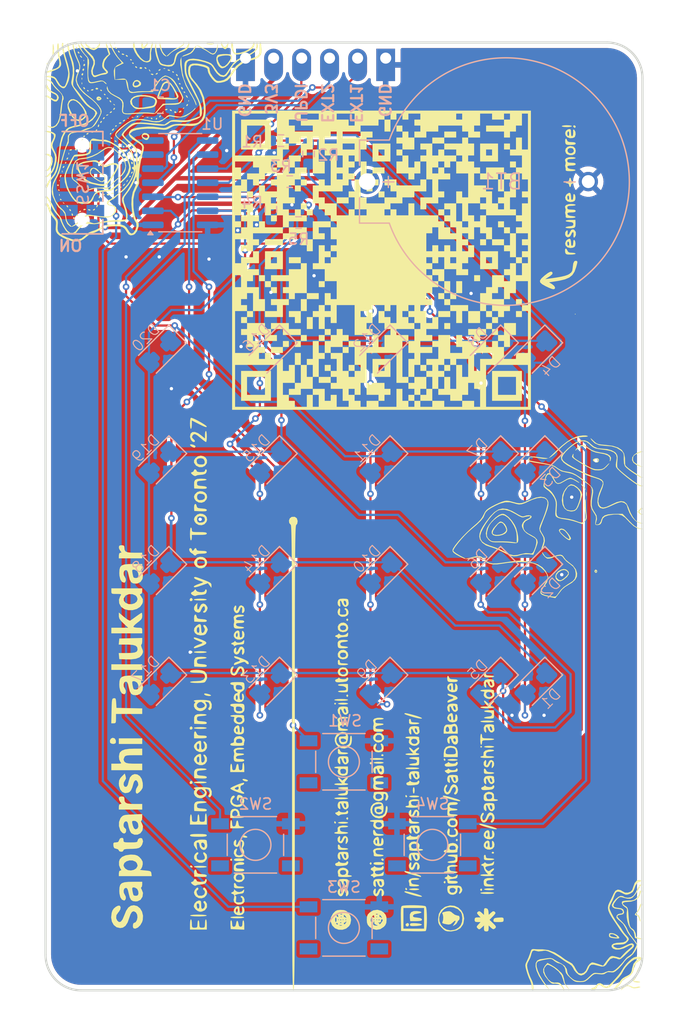
<source format=kicad_pcb>
(kicad_pcb (version 20240108) (generator "pcbnew") (generator_version "8.0")
  (layers (0 "F.Cu" signal) (31 "B.Cu" signal) (34 "B.Paste" user) (35 "F.Paste" user) (36 "B.SilkS" user "B.Silkscreen") (37 "F.SilkS" user "F.Silkscreen") (38 "B.Mask" user) (39 "F.Mask" user) (44 "Edge.Cuts" user))
  (net 0 "")
  (net 1 "Net-(D1-A)")
  (net 2 "/X1")
  (net 3 "/X2")
  (net 4 "/X3")
  (net 5 "/X4")
  (net 6 "Net-(D5-A)")
  (net 7 "Net-(D10-A)")
  (net 8 "Net-(D13-A)")
  (net 9 "Net-(D17-A)")
  (net 10 "/EXP2")
  (net 11 "/EXP1")
  (net 12 "GND")
  (net 15 "+3.3V")
  (net 16 "/X5")
  (net 18 "/SW_UP")
  (net 19 "/UPDI")
  (net 20 "/SW_RIGHT")
  (net 21 "/SW_DOWN")
  (net 22 "/SW_LEFT")
  (net 23 "+3.3V_SW")
  (footprint "Saptarshi_BusinessCard:FrontPage80" (layer "F.Cu") (at 138.15 75.7 90)
    (property "Reference" "P75" (hide yes))
    (property "Value" "LOGO" (hide yes))
  )
  (footprint "Saptarshi_BusinessCard:QRCode27mm" (layer "F.Cu") (at 141.5 52.5 90)
    (property "Reference" "G***" (hide yes))
    (property "Value" "LOGO" (hide yes))
  )
  (footprint "Connector_PinHeader_2.54mm:ExternalHeader_3pin" (layer "F.Cu") (at 131.74 34.22)
    (property "Reference" "J1" (hide yes))
    (property "Value" "External_Headers")
  )
  (footprint "LED_SMD:LED_1206-0603_Morph" (layer "B.Cu") (at 141.39 80.7 -135)
    (property "Reference" "D10")
    (property "Value" "RED")
  )
  (footprint "Resistor_SMD:R_0603_1608Metric_Pad0.98x0.95mm_HandSolder" (layer "B.Cu") (at 131.5 47.9 90)
    (property "Reference" "R4")
    (property "Value" "1k")
  )
  (footprint "LED_SMD:LED_1206-0603_Morph" (layer "B.Cu") (at 141.39 90.7 -135)
    (property "Reference" "D9")
    (property "Value" "RED")
  )
  (footprint "LED_SMD:LED_1206-0603_Morph" (layer "B.Cu") (at 121.39 60.7 -135)
    (property "Reference" "D20")
    (property "Value" "RED")
  )
  (footprint "LED_SMD:LED_1206-0603_Morph" (layer "B.Cu") (at 131.39 70.7 -135)
    (property "Reference" "D15")
    (property "Value" "RED")
  )
  (footprint "LED_SMD:LED_1206-0603_Morph" (layer "B.Cu") (at 151.39 60.7 -135)
    (property "Reference" "D8")
    (property "Value" "RED")
  )
  (footprint "Resistor_SMD:R_0603_1608Metric_Pad0.98x0.95mm_HandSolder" (layer "B.Cu") (at 134.9 42.9 90)
    (property "Reference" "R2")
    (property "Value" "1k")
  )
  (footprint "Resistor_SMD:R_0603_1608Metric_Pad0.98x0.95mm_HandSolder" (layer "B.Cu") (at 134 49.1)
    (property "Reference" "R5")
    (property "Value" "1k")
  )
  (footprint "LED_SMD:LED_1206-0603_Morph" (layer "B.Cu") (at 131.39 80.7 -135)
    (property "Reference" "D14")
    (property "Value" "RED")
  )
  (footprint "Saptarshi_BusinessCard:push_button" (layer "B.Cu") (at 130.1 105.3 180)
    (property "Reference" "SW2")
    (property "Value" "SW_Push")
  )
  (footprint "LED_SMD:LED_1206-0603_Morph" (layer "B.Cu") (at 141.39 70.7 -135)
    (property "Reference" "D11")
    (property "Value" "RED")
  )
  (footprint "LED_SMD:LED_1206-0603_Morph" (layer "B.Cu") (at 155.39 80.7 -135)
    (property "Reference" "D2")
    (property "Value" "GREEN")
  )
  (footprint "LED_SMD:LED_1206-0603_Morph" (layer "B.Cu") (at 121.39 90.7 -135)
    (property "Reference" "D17")
    (property "Value" "RED")
  )
  (footprint "Saptarshi_BusinessCard:slide_switch_fp" (layer "B.Cu") (at 113.42 45.5 90)
    (property "Reference" "SSW1")
    (property "Value" "SW_Slide_DPDT")
  )
  (footprint "Package_SO:SOIC-14_3.9x8.7mm_P1.27mm" (layer "B.Cu") (at 123.3 45.5)
    (property "Reference" "U1")
    (property "Value" "ATtiny1614-SS")
  )
  (footprint "Connector_PinHeader_2.54mm:ExternalHeader_3pin" (layer "B.Cu") (at 139.34 34.22 180)
    (property "Reference" "J2" (hide yes))
    (property "Value" "External_Headers")
  )
  (footprint "Resistor_SMD:R_0603_1608Metric_Pad0.98x0.95mm_HandSolder" (layer "B.Cu") (at 133.2 45.4 180)
    (property "Reference" "R3")
    (property "Value" "1k")
  )
  (footprint "LED_SMD:LED_1206-0603_Morph" (layer "B.Cu") (at 151.39 80.7 -135)
    (property "Reference" "D6")
    (property "Value" "RED")
  )
  (footprint "Saptarshi_BusinessCard:push_button" (layer "B.Cu") (at 146.1 105.3 180)
    (property "Reference" "SW4")
    (property "Value" "SW_Push")
  )
  (footprint "LED_SMD:LED_1206-0603_Morph" (layer "B.Cu") (at 155.39 70.7 -135)
    (property "Reference" "D3")
    (property "Value" "GREEN")
  )
  (footprint "Saptarshi_BusinessCard:push_button" (layer "B.Cu") (at 138.1 112.8 180)
    (property "Reference" "SW3")
    (property "Value" "SW_Push")
  )
  (footprint "LED_SMD:LED_1206-0603_Morph" (layer "B.Cu") (at 131.39 60.7 -135)
    (property "Reference" "D16")
    (property "Value" "RED")
  )
  (footprint "LED_SMD:LED_1206-0603_Morph" (layer "B.Cu") (at 141.39 60.7 -135)
    (property "Reference" "D12")
    (property "Value" "RED")
  )
  (footprint "Saptarshi_BusinessCard:battery_holder" (layer "B.Cu") (at 150.2 45.4 180)
    (property "Reference" "BT1")
    (property "Value" "BS-7")
  )
  (footprint "LED_SMD:LED_1206-0603_Morph" (layer "B.Cu") (at 155.39 90.7 -135)
    (property "Reference" "D1")
    (property "Value" "GREEN")
  )
  (footprint "LED_SMD:LED_1206-0603_Morph" (layer "B.Cu") (at 151.39 90.7 -135)
    (property "Reference" "D5")
    (property "Value" "RED")
  )
  (footprint "LED_SMD:LED_1206-0603_Morph" (layer "B.Cu") (at 151.39 70.7 -135)
    (property "Reference" "D7")
    (property "Value" "RED")
  )
  (footprint "Resistor_SMD:R_0603_1608Metric_Pad0.98x0.95mm_HandSolder" (layer "B.Cu") (at 132.4 41.7 180)
    (property "Reference" "R1")
    (property "Value" "1k")
  )
  (footprint "Capacitor_SMD:C_0805_2012Metric_Pad1.18x1.45mm_HandSolder" (layer "B.Cu") (at 121.5 38.5 180)
    (property "Reference" "C1")
    (property "Value" "C")
  )
  (footprint "LED_SMD:LED_1206-0603_Morph" (layer "B.Cu") (at 121.39 70.7 -135)
    (property "Reference" "D19")
    (property "Value" "RED")
  )
  (footprint "LED_SMD:LED_1206-0603_Morph" (layer "B.Cu") (at 131.39 90.7 -135)
    (property "Reference" "D13")
    (property "Value" "RED")
  )
  (footprint "LED_SMD:LED_1206-0603_Morph" (layer "B.Cu") (at 155.39 60.7 -135)
    (property "Reference" "D4")
    (property "Value" "GREEN")
  )
  (footprint "Saptarshi_BusinessCard:push_button" (layer "B.Cu") (at 138.1 97.8 180)
    (property "Reference" "SW1")
    (property "Value" "SW_Push")
  )
  (footprint "LED_SMD:LED_1206-0603_Morph" (layer "B.Cu") (at 121.39 80.7 -135)
    (property "Reference" "D18")
    (property "Value" "RED")
  )
  (gr_arc (start 165.099239 115.2393) (mid 164.161981 117.502082) (end 161.8992 118.43934) (stroke (width 0.2)) (layer "Edge.Cuts"))
  (gr_arc (start 161.8992 32.83934) (mid 164.161981 33.776598) (end 165.099239 36.03934) (stroke (width 0.2)) (layer "Edge.Cuts"))
  (gr_line (start 165.099239 36.03934) (end 165.099239 115.2393) (stroke (width 0.2)) (layer "Edge.Cuts"))
  (gr_line (start 111.119239 115.216958) (end 111.119239 36.0393) (stroke (width 0.2)) (layer "Edge.Cuts"))
  (gr_arc (start 111.119239 36.0393) (mid 112.056497 33.776598) (end 114.3192 32.83934) (stroke (width 0.2)) (layer "Edge.Cuts"))
  (gr_arc (start 114.3192 118.43934) (mid 112.056497 117.502082) (end 111.119239 115.216958) (stroke (width 0.2)) (layer "Edge.Cuts"))
  (gr_line (start 114.3192 32.83934) (end 161.8992 32.83934) (stroke (width 0.2)) (layer "Edge.Cuts"))
  (gr_line (start 161.8992 118.43934) (end 114.3192 118.43934) (stroke (width 0.2)) (layer "Edge.Cuts"))
  (gr_text "OFF\n" (at 112.2 40.5 0) (layer "B.SilkS") (effects (font (size 1 1) (thickness 0.2) (bold yes)) (justify right bottom mirror)))
  (gr_text "EXT1" (at 138.6 36.4 -90) (layer "B.SilkS") (effects (font (size 1 1) (thickness 0.2) (bold yes)) (justify right bottom mirror)))
  (gr_text "UPDI" (at 133.6 36.4 -90) (layer "B.SilkS") (effects (font (size 1 1) (thickness 0.2) (bold yes)) (justify right bottom mirror)))
  (gr_text "GND" (at 128.5 36.4 -90) (layer "B.SilkS") (effects (font (size 1 1) (thickness 0.2) (bold yes)) (justify right bottom mirror)))
  (gr_text "GND" (at 141.2 36.4 -90) (layer "B.SilkS") (effects (font (size 1 1) (thickness 0.2) (bold yes)) (justify right bottom mirror)))
  (gr_text "ON" (at 112.2 51.8 0) (layer "B.SilkS") (effects (font (size 1 1) (thickness 0.2) (bold yes)) (justify right bottom mirror)))
  (gr_text "EXT2\n" (at 136 36.4 -90) (layer "B.SilkS") (effects (font (size 1 1) (thickness 0.2) (bold yes)) (justify right bottom mirror)))
  (gr_text "3V3" (at 130.9 36.4 -90) (layer "B.SilkS") (effects (font (size 1 1) (thickness 0.2) (bold yes)) (justify right bottom mirror)))
  (segment (start 154.470761 93.6) (end 154.470761 83.6) (width 0.2) (layer "F.Cu") (net 1))
  (segment (start 154.470761 83.6) (end 154.470761 73.6) (width 0.2) (layer "F.Cu") (net 1))
  (segment (start 154.470761 67) (end 154.470761 73.6) (width 0.2) (layer "F.Cu") (net 1))
  (via (at 154.470761 73.6) (size 0.6) (drill 0.3) (layers "F.Cu" "B.Cu") (net 1))
  (via (at 154.470761 67) (size 0.6) (drill 0.3) (layers "F.Cu" "B.Cu") (net 1))
  (via (at 154.470761 83.6) (size 0.6) (drill 0.3) (layers "F.Cu" "B.Cu") (net 1))
  (via (at 154.470761 93.6) (size 0.6) (drill 0.3) (layers "F.Cu" "B.Cu") (net 1))
  (segment (start 154.470761 83.6) (end 154.470761 81.76066) (width 0.2) (layer "B.Cu") (net 1))
  (segment (start 156.132463 61.76066) (end 157.712665 60.180458) (width 0.2) (layer "B.Cu") (net 1))
  (segment (start 154.470761 73.6) (end 154.470761 71.76066) (width 0.2) (layer "B.Cu") (net 1))
  (segment (start 157.712665 59.712665) (end 139.2 41.2) (width 0.2) (layer "B.Cu") (net 1))
  (segment (start 139.2 41.2) (end 133.8125 41.2) (width 0.2) (layer "B.Cu") (net 1))
  (segment (start 133.8125 41.2) (end 133.3125 41.7) (width 0.2) (layer "B.Cu") (net 1))
  (segment (start 154.470761 61.76066) (end 156.132463 61.76066) (width 0.2) (layer "B.Cu") (net 1))
  (segment (start 154.470761 93.6) (end 154.470761 91.76066) (width 0.2) (layer "B.Cu") (net 1))
  (segment (start 154.470761 67) (end 154.470761 61.76066) (width 0.2) (layer "B.Cu") (net 1))
  (segment (start 157.712665 60.180458) (end 157.712665 59.712665) (width 0.2) (layer "B.Cu") (net 1))
  (segment (start 147.2 41.7) (end 159.6 54.1) (width 0.2) (layer "F.Cu") (net 2))
  (segment (start 159.6 94.9) (end 158.3 96.2) (width 0.2) (layer "F.Cu") (net 2))
  (segment (start 130.39375 42.79375) (end 131.4875 41.7) (width 0.2) (layer "F.Cu") (net 2))
  (segment (start 152.5 95.4) (end 152.5 91.4) (width 0.2) (layer "F.Cu") (net 2))
  (segment (start 131.4875 41.7) (end 147.2 41.7) (width 0.2) (layer "F.Cu") (net 2))
  (segment (start 153.3 96.2) (end 152.5 95.4) (width 0.2) (layer "F.Cu") (net 2))
  (segment (start 158.3 96.2) (end 153.3 96.2) (width 0.2) (layer "F.Cu") (net 2))
  (segment (start 159.6 54.1) (end 159.6 94.9) (width 0.2) (layer "F.Cu") (net 2))
  (via (at 152.5 91.4) (size 0.6) (drill 0.3) (layers "F.Cu" "B.Cu") (net 2))
  (via (at 130.39375 42.79375) (size 0.6) (drill 0.3) (layers "F.Cu" "B.Cu") (net 2))
  (segment (start 152.45066 89.780761) (end 142.45066 89.780761) (width 0.2) (layer "B.Cu") (net 2))
  (segment (start 152.45066 91.35066) (end 152.45066 89.780761) (width 0.2) (layer "B.Cu") (net 2))
  (segment (start 152.5 89.830101) (end 152.45066 89.780761) (width 0.2) (layer "B.Cu") (net 2))
  (segment (start 132.45066 89.780761) (end 122.45066 89.780761) (width 0.2) (layer "B.Cu") (net 2))
  (segment (start 152.5 91.4) (end 152.45066 91.35066) (width 0.2) (layer "B.Cu") (net 2))
  (segment (start 127.6875 45.5) (end 125.775 45.5) (width 0.2) (layer "B.Cu") (net 2))
  (segment (start 130.39375 42.79375) (end 131.4875 41.7) (width 0.2) (layer "B.Cu") (net 2))
  (segment (start 142.45066 89.780761) (end 132.45066 89.780761) (width 0.2) (layer "B.Cu") (net 2))
  (segment (start 152.5 91.4) (end 152.5 89.830101) (width 0.2) (layer "B.Cu") (net 2))
  (segment (start 130.39375 42.79375) (end 127.6875 45.5) (width 0.2) (layer "B.Cu") (net 2))
  (segment (start 122.5 66.7) (end 123.9 65.3) (width 0.2) (layer "F.Cu") (net 3))
  (segment (start 122.5 75.8) (end 122.5 66.7) (width 0.2) (layer "F.Cu") (net 3))
  (segment (start 125.9 62.8) (end 125.9 54.9) (width 0.2) (layer "F.Cu") (net 3))
  (via (at 122.5 75.8) (size 0.6) (drill 0.3) (layers "F.Cu" "B.Cu") (net 3))
  (via (at 123.9 65.3) (size 0.6) (drill 0.3) (layers "F.Cu" "B.Cu") (net 3))
  (via (at 125.9 62.8) (size 0.6) (drill 0.3) (layers "F.Cu" "B.Cu") (net 3))
  (via (at 125.9 54.9) (size 0.6) (drill 0.3) (layers "F.Cu" "B.Cu") (net 3))
  (segment (start 134.9 41.9875) (end 134.425 41.9875) (width 0.2) (layer "B.Cu") (net 3))
  (segment (start 125.9 63.3) (end 125.9 62.8) (width 0.2) (layer "B.Cu") (net 3))
  (segment (start 124.800001 46.77) (end 125.775 46.77) (width 0.2) (layer "B.Cu") (net 3))
  (segment (start 124.5 53.5) (end 124.5 47.070001) (width 0.2) (layer "B.Cu") (net 3))
  (segment (start 122.5 75.8) (end 122.45066 75.84934) (width 0.2) (layer "B.Cu") (net 3))
  (segment (start 125.9 54.9) (end 124.5 53.5) (width 0.2) (layer "B.Cu") (net 3))
  (segment (start 134.425 41.9875) (end 129.6425 46.77) (width 0.2) (layer "B.Cu") (net 3))
  (segment (start 129.6425 46.77) (end 125.775 46.77) (width 0.2) (layer "B.Cu") (net 3))
  (segment (start 123.9 65.3) (end 125.9 63.3) (width 0.2) (layer "B.Cu") (net 3))
  (segment (start 152.169899 85.5) (end 148.169899 85.5) (width 0.2) (layer "B.Cu") (net 3))
  (segment (start 122.45066 75.84934) (end 122.45066 79.780761) (width 0.2) (layer "B.Cu") (net 3))
  (segment (start 132.45066 79.780761) (end 142.45066 79.780761) (width 0.2) (layer "B.Cu") (net 3))
  (segment (start 124.5 47.070001) (end 124.800001 46.77) (width 0.2) (layer "B.Cu") (net 3))
  (segment (start 148.169899 85.5) (end 142.45066 79.780761) (width 0.2) (layer "B.Cu") (net 3))
  (segment (start 122.5 79.780761) (end 132.45066 79.780761) (width 0.2) (layer "B.Cu") (net 3))
  (segment (start 122.5 75.8) (end 122.5 79.780761) (width 0.2) (layer "B.Cu") (net 3))
  (segment (start 156.45066 89.780761) (end 152.169899 85.5) (width 0.2) (layer "B.Cu") (net 3))
  (segment (start 129.163012 58.363012) (end 129.163012 51.6) (width 0.2) (layer "F.Cu") (net 4))
  (segment (start 132.45066 61.65066) (end 129.163012 58.363012) (width 0.2) (layer "F.Cu") (net 4))
  (segment (start 132.45066 66.95066) (end 132.45066 61.65066) (width 0.2) (layer "F.Cu") (net 4))
  (via (at 129.163012 51.6) (size 0.6) (drill 0.3) (layers "F.Cu" "B.Cu") (net 4))
  (via (at 132.45066 66.95066) (size 0.6) (drill 0.3) (layers "F.Cu" "B.Cu") (net 4))
  (segment (start 143 75.5) (end 147.280761 79.780761) (width 0.2) (layer "B.Cu") (net 4))
  (segment (start 132.45066 69.780761) (end 132.45066 68.45066) (width 0.2) (layer "B.Cu") (net 4))
  (segment (start 129.163012 48.043012) (end 129.16 48.04) (width 0.2) (layer "B.Cu") (net 4))
  (segment (start 139.5 75.5) (end 143 75.5) (width 0.2) (layer "B.Cu") (net 4))
  (segment (start 147.280761 79.780761) (end 152.45066 79.780761) (width 0.2) (layer "B.Cu") (net 4))
  (segment (start 129.16 48.04) (end 125.775 48.04) (width 0.2) (layer "B.Cu") (net 4))
  (segment (start 131.8 45.4) (end 129.16 48.04) (width 0.2) (layer "B.Cu") (net 4))
  (segment (start 132.431421 69.8) (end 122.469899 69.8) (width 0.2) (layer "B.Cu") (net 4))
  (segment (start 156.45066 79.780761) (end 152.45066 79.780761) (width 0.2) (layer "B.Cu") (net 4))
  (segment (start 132.45066 68.45066) (end 139.5 75.5) (width 0.2) (layer "B.Cu") (net 4))
  (segment (start 132.45066 66.95066) (end 132.45066 68.45066) (width 0.2) (layer "B.Cu") (net 4))
  (segment (start 132.2875 45.4) (end 131.8 45.4) (width 0.2) (layer "B.Cu") (net 4))
  (segment (start 122.469899 69.8) (end 122.45066 69.780761) (width 0.2) (layer "B.Cu") (net 4))
  (segment (start 129.163012 51.6) (end 129.163012 48.043012) (width 0.2) (layer "B.Cu") (net 4))
  (segment (start 123.1 49.25) (end 124.35 48) (width 0.2) (layer "F.Cu") (net 5))
  (segment (start 122.8 58.4) (end 121.069899 58.4) (width 0.2) (layer "F.Cu") (net 5))
  (segment (start 129.285518 48.285518) (end 129.763012 48.285518) (width 0.2) (layer "F.Cu") (net 5))
  (segment (start 124.35 48) (end 129 48) (width 0.2) (layer "F.Cu") (net 5))
  (segment (start 121.069899 58.4) (end 118.4 55.730101) (width 0.2) (layer "F.Cu") (net 5))
  (segment (start 118.4 55.730101) (end 118.4 54.9) (width 0.2) (layer "F.Cu") (net 5))
  (segment (start 129 48) (end 129.285518 48.285518) (width 0.2) (layer "F.Cu") (net 5))
  (via (at 118.4 54.9) (size 0.6) (drill 0.3) (layers "F.Cu" "B.Cu") (net 5))
  (via (at 122.8 58.4) (size 0.6) (drill 0.3) (layers "F.Cu" "B.Cu") (net 5))
  (via (at 129.763012 48.285518) (size 0.6) (drill 0.3) (layers "F.Cu" "B.Cu") (net 5))
  (via (at 123.1 49.25) (size 0.6) (drill 0.3) (layers "F.Cu" "B.Cu") (net 5))
  (segment (start 122.8 58.4) (end 122.8 59.431421) (width 0.2) (layer "B.Cu") (net 5))
  (segment (start 122.44 48.04) (end 120.825 48.04) (width 0.2) (layer "B.Cu") (net 5))
  (segment (start 122.8 59.431421) (end 122.45066 59.780761) (width 0.2) (layer "B.Cu") (net 5))
  (segment (start 129.75 65.3) (end 133.3 65.3) (width 0.2) (layer "B.Cu") (net 5))
  (segment (start 129.763012 48.285518) (end 131.06103 46.9875) (width 0.2) (layer "B.Cu") (net 5))
  (segment (start 122.85 58.4) (end 129.75 65.3) (width 0.2) (layer "B.Cu") (net 5))
  (segment (start 123.1 49.25) (end 123.1 48.7) (width 0.2) (layer "B.Cu") (net 5))
  (segment (start 122.8 58.4) (end 122.85 58.4) (width 0.2) (layer "B.Cu") (net 5))
  (segment (start 123.1 48.7) (end 122.44 48.04) (width 0.2) (layer "B.Cu") (net 5))
  (segment (start 156.45066 69.780761) (end 152.45066 69.780761) (width 0.2) (layer "B.Cu") (net 5))
  (segment (start 118.4 54.9) (end 118.4 54) (width 0.2) (layer "B.Cu") (net 5))
  (segment (start 152.45066 69.780761) (end 142.45066 69.780761) (width 0.2) (layer "B.Cu") (net 5))
  (segment (start 138.205025 70.205025) (end 142.026396 70.205025) (width 0.2) (layer "B.Cu") (net 5))
  (segment (start 118.4 54) (end 123.1 49.3) (width 0.2) (layer "B.Cu") (net 5))
  (segment (start 133.3 65.3) (end 138.205025 70.205025) (width 0.2) (layer "B.Cu") (net 5))
  (segment (start 123.1 49.3) (end 123.1 49.25) (width 0.2) (layer "B.Cu") (net 5))
  (segment (start 131.06103 46.9875) (end 131.5 46.9875) (width 0.2) (layer "B.Cu") (net 5))
  (segment (start 150.5 63.6) (end 150.5 61.75) (width 0.2) (layer "F.Cu") (net 6))
  (segment (start 150.5 61.75) (end 145.875 57.125) (width 0.2) (layer "F.Cu") (net 6))
  (segment (start 150.5 63.6) (end 150.5 73.6) (width 0.2) (layer "F.Cu") (net 6))
  (segment (start 150.5 83.570761) (end 150.5 73.6) (width 0.2) (layer "F.Cu") (net 6))
  (segment (start 150.470761 83.6) (end 150.5 83.570761) (width 0.2) (layer "F.Cu") (net 6))
  (via (at 145.875 57.125) (size 0.6) (drill 0.3) (layers "F.Cu" "B.Cu") (net 6))
  (via (at 150.5 73.6) (size 0.6) (drill 0.3) (layers "F.Cu" "B.Cu") (net 6))
  (via (at 150.5 63.6) (size 0.6) (drill 0.3) (layers "F.Cu" "B.Cu") (net 6))
  (via (at 150.470761 83.6) (size 0.6) (drill 0.3) (layers "F.Cu" "B.Cu") (net 6))
  (segment (start 151.170761 84.3) (end 153.010101 84.3) (width 0.2) (layer "B.Cu") (net 6))
  (segment (start 145.875 57.125) (end 145.875 55.875) (width 0.2) (layer "B.Cu") (net 6))
  (segment (start 157.2 94.7) (end 153.410101 94.7) (width 0.2) (layer "B.Cu") (net 6))
  (segment (start 150.470761 83.6) (end 150.470761 81.76066) (width 0.2) (layer "B.Cu") (net 6))
  (segment (start 158.6 93.3) (end 157.2 94.7) (width 0.2) (layer "B.Cu") (net 6))
  (segment (start 150.5 63.6) (end 150.5 61.789899) (width 0.2) (layer "B.Cu") (net 6))
  (segment (start 153.010101 84.3) (end 158.6 89.889899) (width 0.2) (layer "B.Cu") (net 6))
  (segment (start 150.5 71.789899) (end 150.470761 71.76066) (width 0.2) (layer "B.Cu") (net 6))
  (segment (start 150.5 61.789899) (end 150.470761 61.76066) (width 0.2) (layer "B.Cu") (net 6))
  (segment (start 158.6 89.889899) (end 158.6 93.3) (width 0.2) (layer "B.Cu") (net 6))
  (segment (start 150.5 73.6) (end 150.5 71.789899) (width 0.2) (layer "B.Cu") (net 6))
  (segment (start 153.410101 94.7) (end 150.470761 91.76066) (width 0.2) (layer "B.Cu") (net 6))
  (segment (start 145.875 55.875) (end 134.9 44.9) (width 0.2) (layer "B.Cu") (net 6))
  (segment (start 134.9 44.9) (end 134.9 43.8125) (width 0.2) (layer "B.Cu") (net 6))
  (segment (start 150.470761 83.6) (end 151.170761 84.3) (width 0.2) (layer "B.Cu") (net 6))
  (segment (start 142 92.6) (end 140.5 91.1) (width 0.2) (layer "F.Cu") (net 7))
  (segment (start 140.5 83.6) (end 140.5 73.6) (width 0.2) (layer "F.Cu") (net 7))
  (segment (start 140.5 73.6) (end 140.5 63.6) (width 0.2) (layer "F.Cu") (net 7))
  (segment (start 140.5 63.6) (end 140.5 57.1) (width 0.2) (layer "F.Cu") (net 7))
  (segment (start 140.5 91.1) (end 140.5 83.6) (width 0.2) (layer "F.Cu") (net 7))
  (via (at 140.5 57.1) (size 0.6) (drill 0.3) (layers "F.Cu" "B.Cu") (net 7))
  (via (at 140.5 83.6) (size 0.6) (drill 0.3) (layers "F.Cu" "B.Cu") (net 7))
  (via (at 140.5 63.6) (size 0.6) (drill 0.3) (layers "F.Cu" "B.Cu") (net 7))
  (via (at 142 92.6) (size 0.6) (drill 0.3) (layers "F.Cu" "B.Cu") (net 7))
  (via (at 140.5 73.6) (size 0.6) (drill 0.3) (layers "F.Cu" "B.Cu") (net 7))
  (segment (start 140.5 71.789899) (end 140.470761 71.76066) (width 0.2) (layer "B.Cu") (net 7))
  (segment (start 142 92.6) (end 141.310101 92.6) (width 0.2) (layer "B.Cu") (net 7))
  (segment (start 141.310101 92.6) (end 140.470761 91.76066) (width 0.2) (layer "B.Cu") (net 7))
  (segment (start 140.5 57.1) (end 140.5 51.7875) (width 0.2) (layer "B.Cu") (net 7))
  (segment (start 140.5 73.6) (end 140.5 71.789899) (width 0.2) (layer "B.Cu") (net 7))
  (segment (start 140.5 51.7875) (end 134.1125 45.4) (width 0.2) (layer "B.Cu") (net 7))
  (segment (start 140.5 83.6) (end 140.5 81.789899) (width 0.2) (layer "B.Cu") (net 7))
  (segment (start 140.5 63.6) (end 140.5 61.789899) (width 0.2) (layer "B.Cu") (net 7))
  (segment (start 140.5 61.789899) (end 140.470761 61.76066) (width 0.2) (layer "B.Cu") (net 7))
  (segment (start 140.5 81.789899) (end 140.470761 81.76066) (width 0.2) (layer "B.Cu") (net 7))
  (segment (start 130.5 93.6) (end 130.5 83.6) (width 0.2) (layer "F.Cu") (net 8))
  (segment (start 130.5 71.8) (end 127.8 69.1) (width 0.2) (layer "F.Cu") (net 8))
  (segment (start 130.5 63.6) (end 130.5 66.4) (width 0.2) (layer "F.Cu") (net 8))
  (segment (start 130.5 66.4) (end 130.1 66.8) (width 0.2) (layer "F.Cu") (net 8))
  (segment (start 130.5 73.6) (end 130.5 71.8) (width 0.2) (layer "F.Cu") (net 8))
  (segment (start 130.5 73.6) (end 130.5 83.6) (width 0.2) (layer "F.Cu") (net 8))
  (via (at 130.1 66.8) (size 0.6) (drill 0.3) (layers "F.Cu" "B.Cu") (net 8))
  (via (at 130.5 63.6) (size 0.6) (drill 0.3) (layers "F.Cu" "B.Cu") (net 8))
  (via (at 130.5 93.6) (size 0.6) (drill 0.3) (layers "F.Cu" "B.Cu") (net 8))
  (via (at 130.5 83.6) (size 0.6) (drill 0.3) (layers "F.Cu" "B.Cu") (net 8))
  (via (at 130.5 73.6) (size 0.6) (drill 0.3) (layers "F.Cu" "B.Cu") (net 8))
  (via (at 127.8 69.1) (size 0.6) (drill 0.3) (layers "F.Cu" "B.Cu") (net 8))
  (segment (start 130.5 61.789899) (end 130.470761 61.76066) (width 0.2) (layer "B.Cu") (net 8))
  (segment (start 130.1 66.8) (end 127.8 69.1) (width 0.2) (layer "B.Cu") (net 8))
  (segment (start 130.5 63.6) (end 130.5 61.789899) (width 0.2) (layer "B.Cu") (net 8))
  (segment (start 130.470761 61.76066) (end 130.470761 52.976053) (width 0.2) (layer "B.Cu") (net 8))
  (segment (start 130.5 71.789899) (end 130.470761 71.76066) (width 0.2) (layer "B.Cu") (net 8))
  (segment (start 130.5 73.6) (end 130.5 71.789899) (width 0.2) (layer "B.Cu") (net 8))
  (segment (start 130.470761 52.976053) (end 133.875 49.571814) (width 0.2) (layer "B.Cu") (net 8))
  (segment (start 130.5 83.6) (end 130.5 81.789899) (width 0.2) (layer "B.Cu") (net 8))
  (segment (start 131.9875 48.325) (end 131.5 48.8125) (width 0.2) (layer "B.Cu") (net 8))
  (segment (start 130.5 93.6) (end 130.5 91.789899) (width 0.2) (layer "B.Cu") (net 8))
  (segment (start 133.875 49.571814) (end 133.875 48.575) (width 0.2) (layer "B.Cu") (net 8))
  (segment (start 133.625 48.325) (end 131.9875 48.325) (width 0.2) (layer "B.Cu") (net 8))
  (segment (start 130.5 81.789899) (end 130.470761 81.76066) (width 0.2) (layer "B.Cu") (net 8))
  (segment (start 130.5 91.789899) (end 130.470761 91.76066) (width 0.2) (layer "B.Cu") (net 8))
  (segment (start 133.875 48.575) (end 133.625 48.325) (width 0.2) (layer "B.Cu") (net 8))
  (segment (start 120.470761 71.76066) (end 120.470761 81.76066) (width 0.2) (layer "B.Cu") (net 9))
  (segment (start 120.470761 61.76066) (end 120.470761 59.029239) (width 0.2) (layer "B.Cu") (net 9))
  (segment (start 125.1875 57) (end 133.0875 49.1) (width 0.2) (layer "B.Cu") (net 9))
  (segment (start 120.470761 61.76066) (end 120.470761 71.76066) (width 0.2) (layer "B.Cu") (net 9))
  (segment (start 120.470761 59.029239) (end 122.5 57) (width 0.2) (layer "B.Cu") (net 9))
  (segment (start 122.5 57) (end 125.1875 57) (width 0.2) (layer "B.Cu") (net 9))
  (segment (start 120.470761 91.76066) (end 120.470761 81.76066) (width 0.2) (layer "B.Cu") (net 9))
  (segment (start 134.75 38.5) (end 136.77 36.48) (width 0.2) (layer "B.Cu") (net 10))
  (segment (start 121.87 44.23) (end 122.1 44) (width 0.2) (layer "B.Cu") (net 10))
  (segment (start 120.825 44.23) (end 121.87 44.23) (width 0.2) (layer "B.Cu") (net 10))
  (segment (start 126.6 38.5) (end 134.75 38.5) (width 0.2) (layer "B.Cu") (net 10))
  (segment (start 122.1 44) (end 122.1 43) (width 0.2) (layer "B.Cu") (net 10))
  (segment (start 122.1 43) (end 126.6 38.5) (width 0.2) (layer "B.Cu") (net 10))
  (segment (start 136.77 36.48) (end 136.77 34) (width 0.2) (layer "B.Cu") (net 10))
  (segment (start 122.75 41.35) (end 122.724265 41.375735) (width 0.2) (layer "F.Cu") (net 11))
  (segment (start 122.724265 41.375735) (end 122.724265 43.224265) (width 0.2) (layer "F.Cu") (net 11))
  (segment (start 135.25 36.9) (end 138.1 36.9) (width 0.2) (layer "F.Cu") (net 11))
  (segment (start 138.1 36.9) (end 139.31 35.69) (width 0.2) (layer "F.Cu") (net 11))
  (segment (start 139.31 35.69) (end 139.31 34) (width 0.2) (layer "F.Cu") (net 11))
  (via (at 122.724265 43.224265) (size 0.6) (drill 0.3) (layers "F.Cu" "B.Cu") (net 11))
  (via (at 122.75 41.35) (size 0.6) (drill 0.3) (layers "F.Cu" "B.Cu") (net 11))
  (via (at 135.25 36.9) (size 0.6) (drill 0.3) (layers "F.Cu" "B.Cu") (net 11))
  (segment (start 122.75 41.35) (end 126 38.1) (width 0.2) (layer "B.Cu") (net 11))
  (segment (start 134 38.1) (end 135.2 36.9) (width 0.2) (layer "B.Cu") (net 11))
  (segment (start 135.2 36.9) (end 135.25 36.9) (width 0.2) (layer "B.Cu") (net 11))
  (segment (start 122.724265 43.224265) (end 122.724265 43.946287) (width 0.2) (layer "B.Cu") (net 11))
  (segment (start 126 38.1) (end 134 38.1) (width 0.2) (layer "B.Cu") (net 11))
  (segment (start 121.170552 45.5) (end 120.825 45.5) (width 0.2) (layer "B.Cu") (net 11))
  (segment (start 122.724265 43.946287) (end 121.170552 45.5) (width 0.2) (layer "B.Cu") (net 11))
  (via (at 131.8 42.8) (size 0.6) (drill 0.3) (layers "F.Cu" "B.Cu") (net 12))
  (via (at 156.2 93.6) (size 0.6) (drill 0.3) (layers "F.Cu" "B.Cu") (net 12))
  (via (at 153.3 93.6) (size 0.6) (drill 0.3) (layers "F.Cu" "B.Cu") (net 12))
  (via (at 130.2 49.3) (size 0.6) (drill 0.3) (layers "F.Cu" "B.Cu") (net 12))
  (via (at 128.8 60.3) (size 0.6) (drill 0.3) (layers "F.Cu" "B.Cu") (net 12))
  (via (at 157.8 80.9) (size 0.6) (drill 0.3) (layers "F.Cu" "B.Cu") (net 12))
  (via (at 122.5 64.1) (size 0.6) (drill 0.3) (layers "F.Cu" "B.Cu") (net 12))
  (via (at 158.7 73.9) (size 0.6) (drill 0.3) (layers "F.Cu" "B.Cu") (net 12))
  (via (at 124.2 87.9) (size 0.6) (drill 0.3) (layers "F.Cu" "B.Cu") (net 12))
  (via (at 127.5 42.6) (size 0.6) (drill 0.3) (layers "F.Cu" "B.Cu") (net 12))
  (via (at 160.9 70.6) (size 0.6) (drill 0.3) (layers "F.Cu" "B.Cu") (net 12))
  (via (at 149.6 55.5) (size 0.6) (drill 0.3) (layers "F.Cu" "B.Cu") (net 12))
  (via (at 131.5 55.4) (size 0.6) (drill 0.3) (layers "F.Cu" "B.Cu") (net 12))
  (via (at 133.4 47.5) (size 0.6) (drill 0.3) (layers "F.Cu" "B.Cu") (net 12))
  (via (at 118.4 52.2) (size 0.6) (drill 0.3) (layers "F.Cu" "B.Cu") (net 12))
  (via (at 114 35.4) (size 0.6) (drill 0.3) (layers "F.Cu" "B.Cu") (net 12))
  (via (at 125.9 52.4) (size 0.6) (drill 0.3) (layers "F.Cu" "B.Cu") (net 12))
  (via (at 128.5 49.8) (size 0.6) (drill 0.3) (layers "F.Cu" "B.Cu") (net 12))
  (via (at 119.3 45.5) (size 0.6) (drill 0.3) (layers "F.Cu" "B.Cu") (net 12))
  (via (at 121.4 52.2) (size 0.6) (drill 0.3) (layers "F.Cu" "B.Cu") (net 12))
  (via (at 135.4 53.9) (size 0.6) (drill 0.3) (layers "F.Cu" "B.Cu") (net 12))
  (via (at 125.1 75.9) (size 0.6) (drill 0.3) (layers "F.Cu" "B.Cu") (net 12))
  (segment (start 122.8 45.1) (end 139.9 45.1) (width 0.4) (layer "F.Cu") (net 15))
  (segment (start 131.74 36.16) (end 118.4 49.5) (width 0.4) (layer "F.Cu") (net 15))
  (segment (start 139.9 45.1) (end 140.2 45.4) (width 0.4) (layer "F.Cu") (net 15))
  (segment (start 131.74 34.03) (end 131.74 36.16) (width 0.4) (layer "F.Cu") (net 15))
  (segment (start 118.4 49.5) (end 116.5 49.5) (width 0.4) (layer "F.Cu") (net 15))
  (via (at 116.5 49.5) (size 0.6) (drill 0.3) (layers "F.Cu" "B.Cu") (net 15))
  (segment (start 116.5 48.8741) (end 115.6259 48) (width 0.4) (layer "B.Cu") (net 15))
  (segment (start 116.5 49.5) (end 116.5 48.8741) (width 0.4) (layer "B.Cu") (net 15))
  (segment (start 134.2125 46.8) (end 134.9125 47.5) (width 0.2) (layer "F.Cu") (net 16))
  (segment (start 123.1 46.8) (end 134.2125 46.8) (width 0.2) (layer "F.Cu") (net 16))
  (via (at 134.9125 47.5) (size 0.6) (drill 0.3) (layers "F.Cu" "B.Cu") (net 16))
  (via (at 123.1 46.8) (size 0.6) (drill 0.3) (layers "F.Cu" "B.Cu") (net 16))
  (segment (start 123.1 46.8) (end 120.855 46.8) (width 0.2) (layer "B.Cu") (net 16))
  (segment (start 120.855 46.8) (end 120.825 46.77) (width 0.2) (layer "B.Cu") (net 16))
  (segment (start 152.45066 59.780761) (end 142.45066 59.780761) (width 0.2) (layer "B.Cu") (net 16))
  (segment (start 132.45066 59.780761) (end 142.45066 59.780761) (width 0.2) (layer "B.Cu") (net 16))
  (segment (start 152.45066 59.780761) (end 156.45066 59.780761) (width 0.2) (layer "B.Cu") (net 16))
  (segment (start 132.45066 51.56184) (end 134.9125 49.1) (width 0.2) (layer "B.Cu") (net 16))
  (segment (start 134.9125 47.5) (end 134.9125 49.1) (width 0.2) (layer "B.Cu") (net 16))
  (segment (start 132.45066 59.780761) (end 132.45066 51.56184) (width 0.2) (layer "B.Cu") (net 16))
  (segment (start 133.5 72.8) (end 133.5 94.5) (width 0.2) (layer "F.Cu") (net 18))
  (segment (start 124.1 63.4) (end 133.5 72.8) (width 0.2) (layer "F.Cu") (net 18))
  (segment (start 124.1 54.9) (end 124.1 63.4) (width 0.2) (layer "F.Cu") (net 18))
  (via (at 124.1 54.9) (size 0.6) (drill 0.3) (layers "F.Cu" "B.Cu") (net 18))
  (via (at 133.5 94.5) (size 0.6) (drill 0.3) (layers "F.Cu" "B.Cu") (net 18))
  (segment (start 124.5 46.504315) (end 124.5 43.260001) (width 0.2) (layer "B.Cu") (net 18))
  (segment (start 133.5 94.5) (end 134.9 95.9) (width 0.2) (layer "B.Cu") (net 18))
  (segment (start 124.1 54.9) (end 124.1 46.904315) (width 0.2) (layer "B.Cu") (net 18))
  (segment (start 124.5 43.260001) (end 124.800001 42.96) (width 0.2) (layer "B.Cu") (net 18))
  (segment (start 124.1 46.904315) (end 124.5 46.504315) (width 0.2) (layer "B.Cu") (net 18))
  (segment (start 124.800001 42.96) (end 125.775 42.96) (width 0.2) (layer "B.Cu") (net 18))
  (segment (start 134.25 37.45) (end 134.25 34) (width 0.2) (layer "F.Cu") (net 19))
  (segment (start 131.5 40.2) (end 134.25 37.45) (width 0.2) (layer "F.Cu") (net 19))
  (via (at 131.5 40.2) (size 0.6) (drill 0.3) (layers "F.Cu" "B.Cu") (net 19))
  (segment (start 127.47 44.23) (end 125.775 44.23) (width 0.2) (layer "B.Cu") (net 19))
  (segment (start 131.5 40.2) (end 127.47 44.23) (width 0.2) (layer "B.Cu") (net 19))
  (segment (start 118.4 93.65) (end 118.4 56.35) (width 0.2) (layer "B.Cu") (net 20))
  (segment (start 123.7 51.05) (end 123.7 46.73863) (width 0.2) (layer "B.Cu") (net 20))
  (segment (start 118.4 56.35) (end 123.7 51.05) (width 0.2) (layer "B.Cu") (net 20))
  (segment (start 126.9 103.4) (end 126.9 102.15) (width 0.2) (layer "B.Cu") (net 20))
  (segment (start 125.11 41.69) (end 125.775 41.69) (width 0.2) (layer "B.Cu") (net 20))
  (segment (start 124.1 46.33863) (end 124.1 42.7) (width 0.2) (layer "B.Cu") (net 20))
  (segment (start 126.9 102.15) (end 118.4 93.65) (width 0.2) (layer "B.Cu") (net 20))
  (segment (start 124.1 42.7) (end 125.11 41.69) (width 0.2) (layer "B.Cu") (net 20))
  (segment (start 123.7 46.73863) (end 124.1 46.33863) (width 0.2) (layer "B.Cu") (net 20))
  (segment (start 118.2 43) (end 117.5 43.7) (width 0.2) (layer "F.Cu") (net 21))
  (segment (start 117.5 43.7) (end 117.5 48.5) (width 0.2) (layer "F.Cu") (net 21))
  (via (at 117.5 48.5) (size 0.6) (drill 0.3) (layers "F.Cu" "B.Cu") (net 21))
  (via (at 118.2 43) (size 0.6) (drill 0.3) (layers "F.Cu" "B.Cu") (net 21))
  (segment (start 117.5 50.4) (end 117.5 48.5) (width 0.2) (layer "B.Cu") (net 21))
  (segment (start 116.3 51.6) (end 117.5 50.4) (width 0.2) (layer "B.Cu") (net 21))
  (segment (start 116.3 99.55) (end 116.3 51.6) (width 0.2) (layer "B.Cu") (net 21))
  (segment (start 118.2 43) (end 119.51 41.69) (width 0.2) (layer "B.Cu") (net 21))
  (segment (start 134.9 110.9) (end 127.65 110.9) (width 0.2) (layer "B.Cu") (net 21))
  (segment (start 119.51 41.69) (end 120.825 41.69) (width 0.2) (layer "B.Cu") (net 21))
  (segment (start 127.65 110.9) (end 116.3 99.55) (width 0.2) (layer "B.Cu") (net 21))
  (segment (start 141.25 51) (end 155.975 65.725) (width 0.2) (layer "F.Cu") (net 22))
  (segment (start 117.751471 42.4) (end 115.9 44.251471) (width 0.2) (layer "F.Cu") (net 22))
  (segment (start 119.2 43) (end 118.6 42.4) (width 0.2) (layer "F.Cu") (net 22))
  (segment (start 119.3 43) (end 119.2 43) (width 0.2) (layer "F.Cu") (net 22))
  (segment (start 118.6 42.4) (end 117.751471 42.4) (width 0.2) (layer "F.Cu") (net 22))
  (segment (start 115.9 50) (end 116.9 51) (width 0.2) (layer "F.Cu") (net 22))
  (segment (start 115.9 44.251471) (end 115.9 50) (width 0.2) (layer "F.Cu") (net 22))
  (segment (start 116.9 51) (end 141.25 51) (width 0.2) (layer "F.Cu") (net 22))
  (via (at 155.975 65.725) (size 0.6) (drill 0.3) (layers "F.Cu" "B.Cu") (net 22))
  (via (at 119.3 43) (size 0.6) (drill 0.3) (layers "F.Cu" "B.Cu") (net 22))
  (segment (start 156.1 103.4) (end 149.3 103.4) (width 0.2) (layer "B.Cu") (net 22))
  (segment (start 120.785 43) (end 120.825 42.96) (width 0.2) (layer "B.Cu") (net 22))
  (segment (start 160 69.75) (end 160 99.5) (width 0.2) (layer "B.Cu") (net 22))
  (segment (start 155.975 65.725) (end 160 69.75) (width 0.2) (layer "B.Cu") (net 22))
  (segment (start 119.3 43) (end 120.785 43) (width 0.2) (layer "B.Cu") (net 22))
  (segment (start 160 99.5) (end 156.1 103.4) (width 0.2) (layer "B.Cu") (net 22))
  (segment (start 115.6259 45.6259) (end 117.5 47.5) (width 0.4) (layer "B.Cu") (net 23))
  (segment (start 117.5 41.4625) (end 120.0625 38.9) (width 0.4) (layer "B.Cu") (net 23))
  (segment (start 117.5 47.5) (end 117.5 41.4625) (width 0.4) (layer "B.Cu") (net 23))
  (segment (start 120.0625 38.9) (end 120.4625 38.9) (width 0.4) (layer "B.Cu") (net 23))
  (segment (start 119.31 49.31) (end 120.825 49.31) (width 0.4) (layer "B.Cu") (net 23))
  (segment (start 115.6259 45.5) (end 115.6259 45.6259) (width 0.4) (layer "B.Cu") (net 23))
  (segment (start 117.5 47.5) (end 119.31 49.31) (width 0.4) (layer "B.Cu") (net 23))
  (zone (net 12) (net_name "GND") (layers "F&B.Cu") (connect_pads (clearance 0.3)) (min_thickness 0.25) (fill yes (thermal_gap 0.5) (thermal_bridge_width 0.5))
    (polygon (pts (xy 168.5 29) (xy 107 29) (xy 107 121.5) (xy 168.5 121.5)))
  )
)
</source>
